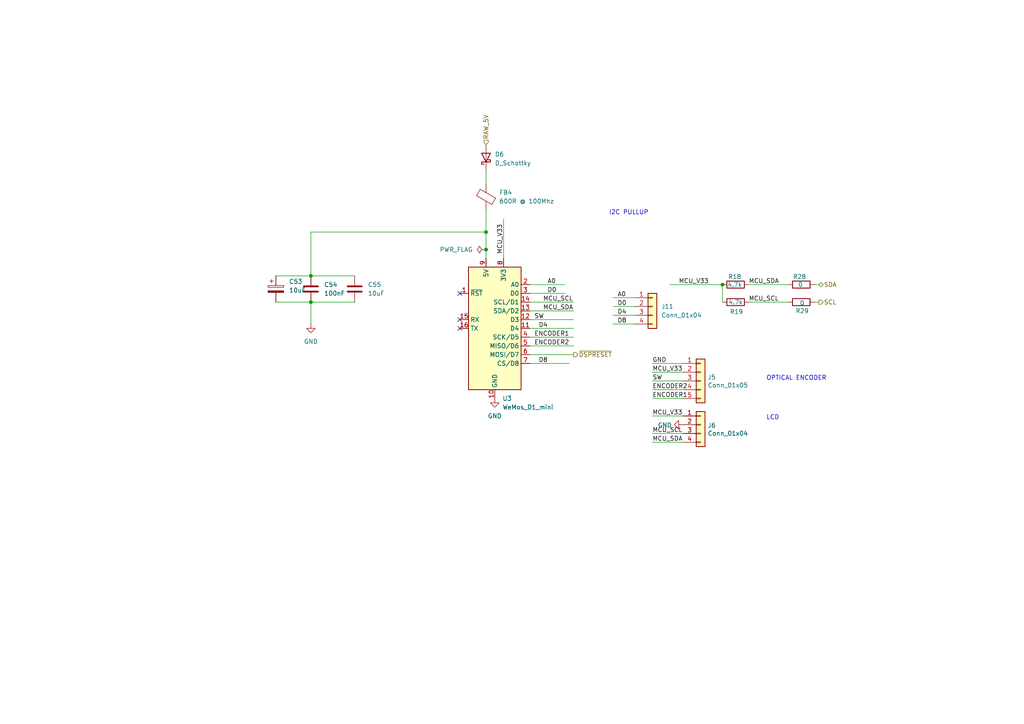
<source format=kicad_sch>
(kicad_sch (version 20231120) (generator "eeschema") (generator_version "8.0")
  (paper "A4")
  (lib_symbols
    (symbol "Connector_Generic:Conn_01x04" (pin_names (offset 1.016) hide)
      (property "Reference" "J" (at 0 5.08 0))
      (property "Value" "Conn_01x04" (at 0 -7.62 0))
      (symbol "Conn_01x04_1_1"
        (rectangle (start -1.27 -4.953) (end 0 -5.207) (stroke (width 0.1524)))
        (rectangle (start -1.27 -2.413) (end 0 -2.667) (stroke (width 0.1524)))
        (rectangle (start -1.27 0.127) (end 0 -0.127) (stroke (width 0.1524)))
        (rectangle (start -1.27 2.667) (end 0 2.413) (stroke (width 0.1524)))
        (rectangle (start -1.27 3.81) (end 1.27 -6.35) (stroke (width 0.254)) (fill (type background)))
        (pin passive line (at -5.08 2.54 0) (length 3.81) (name "Pin_1") (number "1"))
        (pin passive line (at -5.08 0 0) (length 3.81) (name "Pin_2") (number "2"))
        (pin passive line (at -5.08 -2.54 0) (length 3.81) (name "Pin_3") (number "3"))
        (pin passive line (at -5.08 -5.08 0) (length 3.81) (name "Pin_4") (number "4"))
      )
    )
    (symbol "Connector_Generic:Conn_01x05" (pin_names (offset 1.016) hide)
      (property "Reference" "J" (at 0 7.62 0))
      (property "Value" "Conn_01x05" (at 0 -7.62 0))
      (symbol "Conn_01x05_1_1"
        (rectangle (start -1.27 -4.953) (end 0 -5.207) (stroke (width 0.1524)))
        (rectangle (start -1.27 -2.413) (end 0 -2.667) (stroke (width 0.1524)))
        (rectangle (start -1.27 0.127) (end 0 -0.127) (stroke (width 0.1524)))
        (rectangle (start -1.27 2.667) (end 0 2.413) (stroke (width 0.1524)))
        (rectangle (start -1.27 5.207) (end 0 4.953) (stroke (width 0.1524)))
        (rectangle (start -1.27 6.35) (end 1.27 -6.35) (stroke (width 0.254)) (fill (type background)))
        (pin passive line (at -5.08 5.08 0) (length 3.81) (name "Pin_1") (number "1"))
        (pin passive line (at -5.08 2.54 0) (length 3.81) (name "Pin_2") (number "2"))
        (pin passive line (at -5.08 0 0) (length 3.81) (name "Pin_3") (number "3"))
        (pin passive line (at -5.08 -2.54 0) (length 3.81) (name "Pin_4") (number "4"))
        (pin passive line (at -5.08 -5.08 0) (length 3.81) (name "Pin_5") (number "5"))
      )
    )
    (symbol "Device:C" (pin_numbers hide) (pin_names (offset 0.254))
      (property "Reference" "C" (at 0.635 2.54 0))
      (property "Value" "C" (at 0.635 -2.54 0))
      (symbol "C_0_1"
        (polyline (pts (xy -2.032 -0.762) (xy 2.032 -0.762)) (stroke (width 0.508)))
        (polyline (pts (xy -2.032 0.762) (xy 2.032 0.762)) (stroke (width 0.508)))
      )
      (symbol "C_1_1"
        (pin passive line (at 0 3.81 270) (length 2.794) (name "~") (number "1"))
        (pin passive line (at 0 -3.81 90) (length 2.794) (name "~") (number "2"))
      )
    )
    (symbol "Device:C_Polarized" (pin_numbers hide) (pin_names (offset 0.254))
      (property "Reference" "C" (at 0.635 2.54 0))
      (property "Value" "C_Polarized" (at 0.635 -2.54 0))
      (symbol "C_Polarized_0_1"
        (rectangle (start -2.286 0.508) (end 2.286 1.016))
        (polyline (pts (xy -1.778 2.286) (xy -0.762 2.286)))
        (polyline (pts (xy -1.27 2.794) (xy -1.27 1.778)))
        (rectangle (start 2.286 -0.508) (end -2.286 -1.016) (fill (type outline)))
      )
      (symbol "C_Polarized_1_1"
        (pin passive line (at 0 3.81 270) (length 2.794) (name "~") (number "1"))
        (pin passive line (at 0 -3.81 90) (length 2.794) (name "~") (number "2"))
      )
    )
    (symbol "Device:D_Schottky" (pin_numbers hide) (pin_names (offset 1.016) hide)
      (property "Reference" "D" (at 0 2.54 0))
      (property "Value" "D_Schottky" (at 0 -2.54 0))
      (symbol "D_Schottky_0_1"
        (polyline (pts (xy 1.27 0) (xy -1.27 0)))
        (polyline (pts (xy 1.27 1.27) (xy 1.27 -1.27) (xy -1.27 0) (xy 1.27 1.27)) (stroke (width 0.254)))
        (polyline (pts (xy -1.905 0.635) (xy -1.905 1.27) (xy -1.27 1.27) (xy -1.27 -1.27) (xy -0.635 -1.27) (xy -0.635 -0.635)) (stroke (width 0.254)))
      )
      (symbol "D_Schottky_1_1"
        (pin passive line (at -3.81 0 0) (length 2.54) (name "K") (number "1"))
        (pin passive line (at 3.81 0 180) (length 2.54) (name "A") (number "2"))
      )
    )
    (symbol "Device:FerriteBead" (pin_numbers hide) (pin_names (offset 0))
      (property "Reference" "FB" (at -3.81 0.635 90))
      (property "Value" "FerriteBead" (at 3.81 0 90))
      (symbol "FerriteBead_0_1"
        (polyline (pts (xy 0 -1.27) (xy 0 -1.2192)))
        (polyline (pts (xy 0 1.27) (xy 0 1.2954)))
        (polyline (pts (xy -2.7686 0.4064) (xy -1.7018 2.2606) (xy 2.7686 -0.3048) (xy 1.6764 -2.159) (xy -2.7686 0.4064)))
      )
      (symbol "FerriteBead_1_1"
        (pin passive line (at 0 3.81 270) (length 2.54) (name "~") (number "1"))
        (pin passive line (at 0 -3.81 90) (length 2.54) (name "~") (number "2"))
      )
    )
    (symbol "Device:R" (pin_numbers hide) (pin_names (offset 0))
      (property "Reference" "R" (at 2.032 0 90))
      (property "Value" "R" (at 0 0 90))
      (symbol "R_0_1"
        (rectangle (start -1.016 -2.54) (end 1.016 2.54) (stroke (width 0.254)))
      )
      (symbol "R_1_1"
        (pin passive line (at 0 3.81 270) (length 1.27) (name "~") (number "1"))
        (pin passive line (at 0 -3.81 90) (length 1.27) (name "~") (number "2"))
      )
    )
    (symbol "MCU_Module:WeMos_D1_mini"
      (property "Reference" "U" (at 3.81 19.05 0))
      (property "Value" "WeMos_D1_mini" (at 1.27 -19.05 0))
      (symbol "WeMos_D1_mini_1_1"
        (rectangle (start -7.62 17.78) (end 7.62 -17.78) (stroke (width 0.254)) (fill (type background)))
        (pin input line (at -10.16 10.16 0) (length 2.54) (name "~{RST}") (number "1"))
        (pin power_in line (at 0 -20.32 90) (length 2.54) (name "GND") (number "10"))
        (pin bidirectional line (at 10.16 0 180) (length 2.54) (name "D4") (number "11"))
        (pin bidirectional line (at 10.16 2.54 180) (length 2.54) (name "D3") (number "12"))
        (pin bidirectional line (at 10.16 5.08 180) (length 2.54) (name "SDA/D2") (number "13"))
        (pin bidirectional line (at 10.16 7.62 180) (length 2.54) (name "SCL/D1") (number "14"))
        (pin input line (at -10.16 2.54 0) (length 2.54) (name "RX") (number "15"))
        (pin output line (at -10.16 0 0) (length 2.54) (name "TX") (number "16"))
        (pin input line (at 10.16 12.7 180) (length 2.54) (name "A0") (number "2"))
        (pin bidirectional line (at 10.16 10.16 180) (length 2.54) (name "D0") (number "3"))
        (pin bidirectional line (at 10.16 -2.54 180) (length 2.54) (name "SCK/D5") (number "4"))
        (pin bidirectional line (at 10.16 -5.08 180) (length 2.54) (name "MISO/D6") (number "5"))
        (pin bidirectional line (at 10.16 -7.62 180) (length 2.54) (name "MOSI/D7") (number "6"))
        (pin bidirectional line (at 10.16 -10.16 180) (length 2.54) (name "CS/D8") (number "7"))
        (pin power_out line (at 2.54 20.32 270) (length 2.54) (name "3V3") (number "8"))
        (pin power_in line (at -2.54 20.32 270) (length 2.54) (name "5V") (number "9"))
      )
    )
    (symbol "power:GND" (power) (pin_numbers hide) (pin_names (offset 0) hide)
      (property "Value" "GND" (at 0 -3.81 0))
      (symbol "GND_0_1"
        (polyline (pts (xy 0 0) (xy 0 -1.27) (xy 1.27 -1.27) (xy 0 -2.54) (xy -1.27 -1.27) (xy 0 -1.27)))
      )
      (symbol "GND_1_1"
        (pin power_in line (at 0 0 270) (length 0) (name "~") (number "1"))
      )
    )
    (symbol "power:PWR_FLAG" (power) (pin_numbers hide) (pin_names (offset 0) hide)
      (property "Value" "PWR_FLAG" (at 0 3.81 0))
      (symbol "PWR_FLAG_0_0"
        (pin power_out line (at 0 0 90) (length 0) (name "~") (number "1"))
      )
      (symbol "PWR_FLAG_0_1"
        (polyline (pts (xy 0 0) (xy 0 1.27) (xy -1.016 1.905) (xy 0 2.54) (xy 1.016 1.905) (xy 0 1.27)))
      )
    )
  )
  (junction (at 90.17 87.63))
  (junction (at 140.97 67.31))
  (junction (at 90.17 80.01))
  (junction (at 209.55 82.55))
  (junction (at 140.97 72.39))
  (no_connect (at 133.35 92.71))
  (no_connect (at 133.35 95.25))
  (no_connect (at 133.35 85.09))
  (wire (pts (xy 153.67 105.41) (xy 165.1 105.41)))
  (wire (pts (xy 198.12 128.27) (xy 189.23 128.27)))
  (wire (pts (xy 140.97 49.53) (xy 140.97 53.34)))
  (wire (pts (xy 198.12 110.49) (xy 189.23 110.49)))
  (wire (pts (xy 198.12 105.41) (xy 189.23 105.41)))
  (wire (pts (xy 80.01 80.01) (xy 90.17 80.01)))
  (wire (pts (xy 146.05 63.5) (xy 146.05 74.93)))
  (wire (pts (xy 140.97 72.39) (xy 140.97 74.93)))
  (wire (pts (xy 153.67 82.55) (xy 163.83 82.55)))
  (wire (pts (xy 217.17 82.55) (xy 228.6 82.55)))
  (wire (pts (xy 140.97 60.96) (xy 140.97 67.31)))
  (wire (pts (xy 198.12 113.03) (xy 189.23 113.03)))
  (wire (pts (xy 153.67 87.63) (xy 166.37 87.63)))
  (wire (pts (xy 153.67 95.25) (xy 166.37 95.25)))
  (wire (pts (xy 236.22 87.63) (xy 237.49 87.63)))
  (wire (pts (xy 153.67 100.33) (xy 166.37 100.33)))
  (wire (pts (xy 153.67 102.87) (xy 166.37 102.87)))
  (wire (pts (xy 90.17 80.01) (xy 102.87 80.01)))
  (wire (pts (xy 194.31 82.55) (xy 209.55 82.55)))
  (wire (pts (xy 236.22 82.55) (xy 237.49 82.55)))
  (wire (pts (xy 90.17 87.63) (xy 90.17 93.98)))
  (wire (pts (xy 177.8 91.44) (xy 184.15 91.44)))
  (wire (pts (xy 177.8 86.36) (xy 184.15 86.36)))
  (wire (pts (xy 198.12 125.73) (xy 189.23 125.73)))
  (wire (pts (xy 140.97 67.31) (xy 90.17 67.31)))
  (wire (pts (xy 177.8 93.98) (xy 184.15 93.98)))
  (wire (pts (xy 140.97 67.31) (xy 140.97 72.39)))
  (wire (pts (xy 153.67 90.17) (xy 166.37 90.17)))
  (wire (pts (xy 198.12 107.95) (xy 189.23 107.95)))
  (wire (pts (xy 153.67 92.71) (xy 166.37 92.71)))
  (wire (pts (xy 90.17 67.31) (xy 90.17 80.01)))
  (wire (pts (xy 90.17 87.63) (xy 102.87 87.63)))
  (wire (pts (xy 209.55 82.55) (xy 209.55 87.63)))
  (wire (pts (xy 177.8 88.9) (xy 184.15 88.9)))
  (wire (pts (xy 217.17 87.63) (xy 228.6 87.63)))
  (wire (pts (xy 198.12 115.57) (xy 189.23 115.57)))
  (wire (pts (xy 153.67 85.09) (xy 163.83 85.09)))
  (wire (pts (xy 80.01 87.63) (xy 90.17 87.63)))
  (wire (pts (xy 153.67 97.79) (xy 166.37 97.79)))
  (wire (pts (xy 198.12 120.65) (xy 189.23 120.65)))
  (text "OPTICAL ENCODER" (at 222.25 110.49 0) (effects (font (size 1.27 1.27)) (justify left bottom)))
  (text "I2C PULLUP" (at 182.372 61.722 0) (effects (font (size 1.27 1.27))))
  (text "LCD" (at 222.25 121.92 0) (effects (font (size 1.27 1.27)) (justify left bottom)))
  (label "SW" (at 154.94 92.71 0))
  (label "D0" (at 158.75 85.09 0))
  (label "GND" (at 189.23 105.41 0))
  (label "A0" (at 158.75 82.55 0))
  (label "MCU_SDA" (at 189.23 128.27 0))
  (label "D4" (at 156.21 95.25 0))
  (label "MCU_SCL" (at 157.48 87.63 0))
  (label "MCU_SCL" (at 189.23 125.73 0))
  (label "MCU_SDA" (at 217.17 82.55 0))
  (label "SW" (at 189.23 110.49 0))
  (label "MCU_SCL" (at 217.17 87.63 0))
  (label "D8" (at 156.21 105.41 0))
  (label "ENCODER2" (at 154.94 100.33 0))
  (label "MCU_V33" (at 189.23 107.95 0))
  (label "D4" (at 179.07 91.44 0))
  (label "A0" (at 179.07 86.36 0))
  (label "D8" (at 179.07 93.98 0))
  (label "MCU_V33" (at 189.23 120.65 0))
  (label "ENCODER2" (at 189.23 113.03 0))
  (label "D0" (at 179.07 88.9 0))
  (label "MCU_V33" (at 146.05 73.66 90))
  (label "MCU_SDA" (at 157.48 90.17 0))
  (label "ENCODER1" (at 154.94 97.79 0))
  (label "ENCODER1" (at 189.23 115.57 0))
  (label "MCU_V33" (at 196.85 82.55 0))
  (hierarchical_label "~{DSPRESET}" (shape output) (at 166.37 102.87 0))
  (hierarchical_label "SCL" (shape output) (at 237.49 87.63 0))
  (hierarchical_label "RAW_5V" (shape input) (at 140.97 41.91 90))
  (hierarchical_label "SDA" (shape bidirectional) (at 237.49 82.55 0))
  (symbol (lib_id "power:GND") (at 90.17 93.98 0) (unit 1)
    (property "Reference" "#PWR052" (effects (hide yes)))
    (property "Value" "GND" (at 90.17 99.06 0))
    (property "Description" "Power symbol creates a global label with name \"GND\" , ground" (effects (hide yes)))
  )
  (symbol (lib_id "power:GND") (at 143.51 115.57 0) (unit 1)
    (property "Reference" "#PWR012" (effects (hide yes)))
    (property "Value" "GND" (at 143.51 120.65 0))
    (property "Description" "Power symbol creates a global label with name \"GND\" , ground" (effects (hide yes)))
  )
  (symbol (lib_id "Device:R") (at 232.41 82.55 90) (unit 1)
    (property "Reference" "R28" (at 231.902 80.264 90))
    (property "Value" "0" (at 232.156 82.55 90))
    (property "Footprint" "Resistor_SMD:R_0603_1608Metric" (effects (hide yes)))
    (property "Description" "Resistor" (effects (hide yes)))
  )
  (symbol (lib_id "power:GND") (at 198.12 123.19 270) (unit 1)
    (property "Reference" "#PWR09" (effects (hide yes)))
    (property "Value" "GND" (at 194.8688 123.317 90) (effects (justify right)))
  )
  (symbol (lib_id "MCU_Module:WeMos_D1_mini") (at 143.51 95.25 0) (unit 1)
    (property "Reference" "U3" (at 145.7041 115.57 0) (effects (justify left)))
    (property "Value" "WeMos_D1_mini" (at 145.7041 118.11 0) (effects (justify left)))
    (property "Footprint" "Module:WEMOS_D1_mini_light" (effects (hide yes)))
    (property "Datasheet" "https://wiki.wemos.cc/products:d1:d1_mini#documentation" (effects (hide yes)))
    (property "Description" "32-bit microcontroller module with WiFi" (effects (hide yes)))
  )
  (symbol (lib_id "Connector_Generic:Conn_01x05") (at 203.2 110.49 0) (unit 1)
    (property "Reference" "J5" (at 205.232 109.4232 0) (effects (justify left)))
    (property "Value" "Conn_01x05" (at 205.232 111.7346 0) (effects (justify left)))
    (property "Footprint" "Connector_PinHeader_2.54mm:PinHeader_1x05_P2.54mm_Vertical" (effects (hide yes)))
  )
  (symbol (lib_id "power:PWR_FLAG") (at 140.97 72.39 90) (unit 1)
    (property "Reference" "#FLG02" (effects (hide yes)))
    (property "Value" "PWR_FLAG" (at 137.16 72.3899 90) (effects (justify left)))
    (property "Description" "Special symbol for telling ERC where power comes from" (effects (hide yes)))
  )
  (symbol (lib_id "Device:R") (at 213.36 82.55 90) (unit 1)
    (property "Reference" "R18" (at 213.106 80.264 90))
    (property "Value" "4.7k" (at 213.106 82.55 90))
    (property "Footprint" "Resistor_SMD:R_0603_1608Metric" (effects (hide yes)))
    (property "Description" "Resistor" (effects (hide yes)))
  )
  (symbol (lib_id "Device:D_Schottky") (at 140.97 45.72 90) (unit 1)
    (property "Reference" "D6" (at 143.51 44.7674 90) (effects (justify right)))
    (property "Value" "D_Schottky" (at 143.51 47.3074 90) (effects (justify right)))
    (property "Footprint" "Diode_SMD:D_SMB" (effects (hide yes)))
    (property "Description" "Schottky diode" (effects (hide yes)))
  )
  (symbol (lib_id "Device:C") (at 102.87 83.82 0) (unit 1)
    (property "Reference" "C55" (at 106.68 82.5499 0) (effects (justify left)))
    (property "Value" "10uF" (at 106.68 85.0899 0) (effects (justify left)))
    (property "Footprint" "Capacitor_SMD:C_0603_1608Metric" (effects (hide yes)))
    (property "Description" "Unpolarized capacitor" (effects (hide yes)))
  )
  (symbol (lib_id "Device:R") (at 213.36 87.63 90) (unit 1)
    (property "Reference" "R19" (at 213.614 90.424 90))
    (property "Value" "4.7k" (at 213.36 87.63 90))
    (property "Footprint" "Resistor_SMD:R_0603_1608Metric" (effects (hide yes)))
    (property "Description" "Resistor" (effects (hide yes)))
  )
  (symbol (lib_id "Device:R") (at 232.41 87.63 90) (unit 1)
    (property "Reference" "R29" (at 232.664 90.17 90))
    (property "Value" "0" (at 232.664 87.884 90))
    (property "Footprint" "Resistor_SMD:R_0603_1608Metric" (effects (hide yes)))
    (property "Description" "Resistor" (effects (hide yes)))
  )
  (symbol (lib_id "Connector_Generic:Conn_01x04") (at 189.23 88.9 0) (unit 1)
    (property "Reference" "J11" (at 191.77 88.8999 0) (effects (justify left)))
    (property "Value" "Conn_01x04" (at 191.77 91.4399 0) (effects (justify left)))
    (property "Footprint" "Connector_PinHeader_2.54mm:PinHeader_1x04_P2.54mm_Vertical" (effects (hide yes)))
    (property "Description" "Generic connector, single row, 01x04, script generated (kicad-library-utils/schlib/autogen/connector/)" (effects (hide yes)))
  )
  (symbol (lib_id "Device:C") (at 90.17 83.82 0) (unit 1)
    (property "Reference" "C54" (at 93.98 82.5499 0) (effects (justify left)))
    (property "Value" "100nF" (at 93.98 85.0899 0) (effects (justify left)))
    (property "Footprint" "Capacitor_SMD:C_0603_1608Metric" (effects (hide yes)))
    (property "Description" "Unpolarized capacitor" (effects (hide yes)))
  )
  (symbol (lib_id "Device:FerriteBead") (at 140.97 57.15 0) (unit 1)
    (property "Reference" "FB4" (at 144.78 55.8291 0) (effects (justify left)))
    (property "Value" "600R @ 100Mhz" (at 144.78 58.3691 0) (effects (justify left)))
    (property "Footprint" "Resistor_SMD:R_0805_2012Metric" (effects (hide yes)))
    (property "Description" "Ferrite bead" (effects (hide yes)))
  )
  (symbol (lib_id "Device:C_Polarized") (at 80.01 83.82 0) (unit 1)
    (property "Reference" "C53" (at 83.82 81.6609 0) (effects (justify left)))
    (property "Value" "10uF" (at 83.82 84.2009 0) (effects (justify left)))
    (property "Footprint" "Capacitor_SMD:CP_Elec_4x4.5" (effects (hide yes)))
    (property "Description" "Polarized capacitor" (effects (hide yes)))
  )
  (symbol (lib_id "Connector_Generic:Conn_01x04") (at 203.2 123.19 0) (unit 1)
    (property "Reference" "J6" (at 205.232 123.3932 0) (effects (justify left)))
    (property "Value" "Conn_01x04" (at 205.232 125.7046 0) (effects (justify left)))
    (property "Footprint" "Connector_PinHeader_2.54mm:PinHeader_1x04_P2.54mm_Vertical" (effects (hide yes)))
  )
)
</source>
